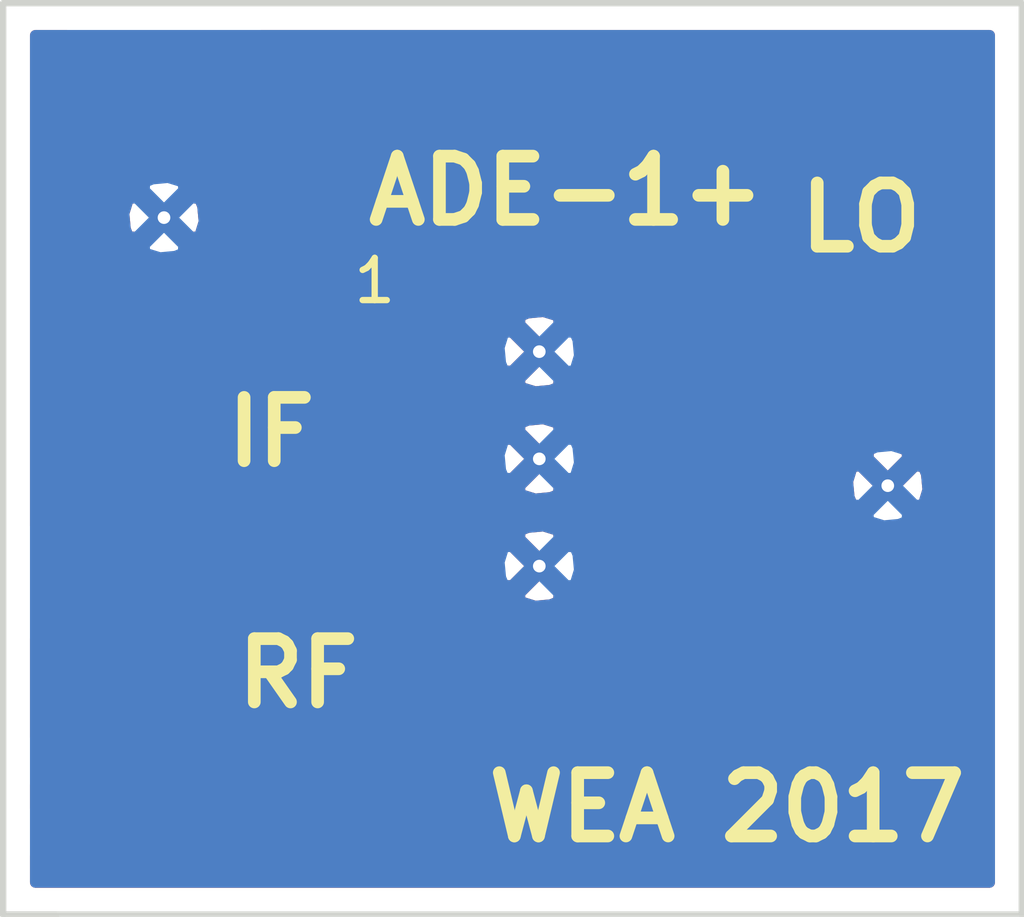
<source format=kicad_pcb>
(kicad_pcb (version 4) (host pcbnew 4.0.6)

  (general
    (links 13)
    (no_connects 0)
    (area 118.918667 90.465 175.507238 117.915)
    (thickness 1.6)
    (drawings 10)
    (tracks 6)
    (zones 0)
    (modules 9)
    (nets 5)
  )

  (page A4)
  (layers
    (0 F.Cu signal)
    (31 B.Cu signal)
    (32 B.Adhes user)
    (33 F.Adhes user)
    (34 B.Paste user)
    (35 F.Paste user)
    (36 B.SilkS user)
    (37 F.SilkS user)
    (38 B.Mask user)
    (39 F.Mask user)
    (40 Dwgs.User user)
    (41 Cmts.User user)
    (42 Eco1.User user)
    (43 Eco2.User user)
    (44 Edge.Cuts user)
    (45 Margin user)
    (46 B.CrtYd user)
    (47 F.CrtYd user)
    (48 B.Fab user)
    (49 F.Fab user)
  )

  (setup
    (last_trace_width 1.27)
    (trace_clearance 0.2)
    (zone_clearance 0.508)
    (zone_45_only no)
    (trace_min 0.2)
    (segment_width 0.2)
    (edge_width 0.15)
    (via_size 0.6)
    (via_drill 0.4)
    (via_min_size 0.4)
    (via_min_drill 0.3)
    (uvia_size 0.3)
    (uvia_drill 0.1)
    (uvias_allowed no)
    (uvia_min_size 0.2)
    (uvia_min_drill 0.1)
    (pcb_text_width 0.3)
    (pcb_text_size 1.5 1.5)
    (mod_edge_width 0.15)
    (mod_text_size 1 1)
    (mod_text_width 0.15)
    (pad_size 0.6 0.6)
    (pad_drill 0.3)
    (pad_to_mask_clearance 0.2)
    (aux_axis_origin 0 0)
    (visible_elements FFFFFF7F)
    (pcbplotparams
      (layerselection 0x00030_80000001)
      (usegerberextensions false)
      (excludeedgelayer true)
      (linewidth 0.100000)
      (plotframeref false)
      (viasonmask false)
      (mode 1)
      (useauxorigin false)
      (hpglpennumber 1)
      (hpglpenspeed 20)
      (hpglpendiameter 15)
      (hpglpenoverlay 2)
      (psnegative false)
      (psa4output false)
      (plotreference true)
      (plotvalue true)
      (plotinvisibletext false)
      (padsonsilk false)
      (subtractmaskfromsilk false)
      (outputformat 1)
      (mirror false)
      (drillshape 1)
      (scaleselection 1)
      (outputdirectory ""))
  )

  (net 0 "")
  (net 1 "Net-(J1-Pad1)")
  (net 2 Earth)
  (net 3 "Net-(J2-Pad1)")
  (net 4 "Net-(J3-Pad1)")

  (net_class Default "This is the default net class."
    (clearance 0.2)
    (trace_width 1.27)
    (via_dia 0.6)
    (via_drill 0.4)
    (uvia_dia 0.3)
    (uvia_drill 0.1)
    (add_net Earth)
    (add_net "Net-(J1-Pad1)")
    (add_net "Net-(J2-Pad1)")
    (add_net "Net-(J3-Pad1)")
  )

  (module WEA-RF:Manhattan2Pad (layer F.Cu) (tedit 59BAFBA2) (tstamp 59BAF75B)
    (at 139.7 99.06 180)
    (path /59BAF335)
    (fp_text reference J1 (at 0 5.08 180) (layer F.SilkS) hide
      (effects (font (size 1 1) (thickness 0.15)))
    )
    (fp_text value CONN_01X02 (at 13.208 -17.78 180) (layer F.Fab) hide
      (effects (font (size 1 1) (thickness 0.15)))
    )
    (pad 1 smd rect (at 0 -2.54 180) (size 3.81 2.54) (layers F.Cu F.Paste F.Mask)
      (net 1 "Net-(J1-Pad1)"))
    (pad 2 smd rect (at 0 2.54 180) (size 3.81 2.54) (layers F.Cu F.Paste F.Mask)
      (net 2 Earth))
  )

  (module WEA-RF:Manhattan2Pad (layer F.Cu) (tedit 59BAFBA7) (tstamp 59BAF761)
    (at 139.192 110.236)
    (path /59BAF386)
    (fp_text reference J2 (at 0 5.08) (layer F.SilkS) hide
      (effects (font (size 1 1) (thickness 0.15)))
    )
    (fp_text value CONN_01X02 (at -15.24 -18.796) (layer F.Fab) hide
      (effects (font (size 1 1) (thickness 0.15)))
    )
    (pad 1 smd rect (at 0 -2.54) (size 3.81 2.54) (layers F.Cu F.Paste F.Mask)
      (net 3 "Net-(J2-Pad1)"))
    (pad 2 smd rect (at 0 2.54) (size 3.81 2.54) (layers F.Cu F.Paste F.Mask)
      (net 2 Earth))
  )

  (module WEA-RF:Manhattan2Pad (layer F.Cu) (tedit 59BAFB97) (tstamp 59BAF767)
    (at 156.972 105.156)
    (path /59BAF258)
    (fp_text reference J3 (at 0 5.08) (layer F.SilkS) hide
      (effects (font (size 1 1) (thickness 0.15)))
    )
    (fp_text value CONN_01X02 (at 11.176 -12.192) (layer F.Fab) hide
      (effects (font (size 1 1) (thickness 0.15)))
    )
    (pad 1 smd rect (at 0 -2.54) (size 3.81 2.54) (layers F.Cu F.Paste F.Mask)
      (net 4 "Net-(J3-Pad1)"))
    (pad 2 smd rect (at 0 2.54) (size 3.81 2.54) (layers F.Cu F.Paste F.Mask)
      (net 2 Earth))
  )

  (module WEA-RF:ADE-1+ (layer F.Cu) (tedit 59BAFB9D) (tstamp 59BAF772)
    (at 148.5011 105.0036)
    (path /59BAF1D9)
    (fp_text reference U1 (at -1.27 5.08) (layer F.SilkS) hide
      (effects (font (size 1 1) (thickness 0.15)))
    )
    (fp_text value ADE-1+ (at 23.7109 -9.4996) (layer F.Fab) hide
      (effects (font (size 1 1) (thickness 0.15)))
    )
    (fp_text user 1 (at -3.81 -4.445) (layer F.SilkS)
      (effects (font (size 1 1) (thickness 0.15)))
    )
    (pad 1 smd rect (at -2.54 -2.54) (size 2.54 1.651) (layers F.Cu F.Paste F.Mask)
      (net 2 Earth))
    (pad 2 smd rect (at -2.54 0) (size 2.54 1.651) (layers F.Cu F.Paste F.Mask)
      (net 1 "Net-(J1-Pad1)"))
    (pad 3 smd rect (at -2.54 2.54) (size 2.54 1.651) (layers F.Cu F.Paste F.Mask)
      (net 3 "Net-(J2-Pad1)"))
    (pad 4 smd rect (at 2.54 2.54) (size 2.54 1.651) (layers F.Cu F.Paste F.Mask)
      (net 2 Earth))
    (pad 5 smd rect (at 2.54 0) (size 2.54 1.651) (layers F.Cu F.Paste F.Mask)
      (net 2 Earth))
    (pad 6 smd rect (at 2.54 -2.54) (size 2.54 1.651) (layers F.Cu F.Paste F.Mask)
      (net 4 "Net-(J3-Pad1)"))
  )

  (module WEA-RF:VIA-0.6 (layer F.Cu) (tedit 59BAFFD7) (tstamp 59BAFFC0)
    (at 148.59 102.235)
    (fp_text reference REF** (at 0 2.54) (layer F.SilkS) hide
      (effects (font (size 1 1) (thickness 0.15)))
    )
    (fp_text value VIA-0.6 (at 0 -2.54) (layer F.Fab) hide
      (effects (font (size 1 1) (thickness 0.15)))
    )
    (pad 1 thru_hole circle (at 0 0) (size 0.6 0.6) (drill 0.3) (layers *.Cu)
      (net 2 Earth))
  )

  (module WEA-RF:VIA-0.6 (layer F.Cu) (tedit 59BAFFE1) (tstamp 59BAFFC9)
    (at 148.59 104.775)
    (fp_text reference REF** (at 0 2.54) (layer F.SilkS) hide
      (effects (font (size 1 1) (thickness 0.15)))
    )
    (fp_text value VIA-0.6 (at 0 -2.54) (layer F.Fab) hide
      (effects (font (size 1 1) (thickness 0.15)))
    )
    (pad 1 thru_hole circle (at 0 0) (size 0.6 0.6) (drill 0.3) (layers *.Cu)
      (net 2 Earth))
  )

  (module WEA-RF:VIA-0.6 (layer F.Cu) (tedit 59BAFFEA) (tstamp 59BAFFD2)
    (at 148.59 107.315)
    (fp_text reference REF** (at 0 2.54) (layer F.SilkS) hide
      (effects (font (size 1 1) (thickness 0.15)))
    )
    (fp_text value VIA-0.6 (at 0 -2.54) (layer F.Fab) hide
      (effects (font (size 1 1) (thickness 0.15)))
    )
    (pad 1 thru_hole circle (at 0 0) (size 0.6 0.6) (drill 0.3) (layers *.Cu)
      (net 2 Earth))
  )

  (module WEA-RF:VIA-0.6 (layer F.Cu) (tedit 59BAFFCD) (tstamp 59BAFFDB)
    (at 139.7 99.06)
    (fp_text reference REF** (at 0 2.54) (layer F.SilkS) hide
      (effects (font (size 1 1) (thickness 0.15)))
    )
    (fp_text value VIA-0.6 (at 0 -2.54) (layer F.Fab) hide
      (effects (font (size 1 1) (thickness 0.15)))
    )
    (pad 1 thru_hole circle (at 0 0) (size 0.6 0.6) (drill 0.3) (layers *.Cu)
      (net 2 Earth))
  )

  (module WEA-RF:VIA-0.6 (layer F.Cu) (tedit 59BAFFF8) (tstamp 59BAFFE4)
    (at 156.845 105.41)
    (fp_text reference REF** (at 0 2.54) (layer F.SilkS) hide
      (effects (font (size 1 1) (thickness 0.15)))
    )
    (fp_text value VIA-0.6 (at 0 -2.54) (layer F.Fab) hide
      (effects (font (size 1 1) (thickness 0.15)))
    )
    (pad 1 thru_hole circle (at 0 0) (size 0.6 0.6) (drill 0.3) (layers *.Cu)
      (net 2 Earth))
  )

  (gr_line (start 135.89 115.57) (end 137.16 115.57) (angle 90) (layer Edge.Cuts) (width 0.15))
  (gr_line (start 135.89 93.98) (end 135.89 115.57) (angle 90) (layer Edge.Cuts) (width 0.15))
  (gr_line (start 160.02 93.98) (end 135.89 93.98) (angle 90) (layer Edge.Cuts) (width 0.15))
  (gr_line (start 160.02 115.57) (end 160.02 93.98) (angle 90) (layer Edge.Cuts) (width 0.15))
  (gr_line (start 135.89 115.57) (end 160.02 115.57) (angle 90) (layer Edge.Cuts) (width 0.15))
  (gr_text "WEA 2017" (at 153.035 113.03) (layer F.SilkS)
    (effects (font (size 1.5 1.5) (thickness 0.3)))
  )
  (gr_text ADE-1+ (at 149.225 98.425) (layer F.SilkS)
    (effects (font (size 1.5 1.5) (thickness 0.3)))
  )
  (gr_text LO (at 156.21 99.06) (layer F.SilkS)
    (effects (font (size 1.5 1.5) (thickness 0.3)))
  )
  (gr_text RF (at 142.875 109.855) (layer F.SilkS)
    (effects (font (size 1.5 1.5) (thickness 0.3)))
  )
  (gr_text IF (at 142.24 104.14) (layer F.SilkS)
    (effects (font (size 1.5 1.5) (thickness 0.3)))
  )

  (segment (start 145.9611 105.0036) (end 143.1036 105.0036) (width 1.27) (layer F.Cu) (net 1))
  (segment (start 143.1036 105.0036) (end 139.7 101.6) (width 1.27) (layer F.Cu) (net 1) (tstamp 59BAFB2C))
  (segment (start 139.192 107.696) (end 145.8087 107.696) (width 1.27) (layer F.Cu) (net 3))
  (segment (start 145.8087 107.696) (end 145.9611 107.5436) (width 1.27) (layer F.Cu) (net 3) (tstamp 59BAFB20))
  (segment (start 151.0411 102.4636) (end 156.8196 102.4636) (width 1.27) (layer F.Cu) (net 4))
  (segment (start 156.8196 102.4636) (end 156.972 102.616) (width 1.27) (layer F.Cu) (net 4) (tstamp 59BAFB31))

  (zone (net 2) (net_name Earth) (layer F.Cu) (tstamp 59BAFA3C) (hatch edge 0.508)
    (connect_pads (clearance 0.508))
    (min_thickness 0.254)
    (fill yes (arc_segments 16) (thermal_gap 0.508) (thermal_bridge_width 0.508))
    (polygon
      (pts
        (xy 159.385 114.935) (xy 159.385 94.615) (xy 136.525 94.615) (xy 136.525 114.935)
      )
    )
    (filled_polygon
      (pts
        (xy 137.256673 94.890301) (xy 137.16 95.12369) (xy 137.16 96.23425) (xy 137.31875 96.393) (xy 139.573 96.393)
        (xy 139.573 96.373) (xy 139.827 96.373) (xy 139.827 96.393) (xy 142.08125 96.393) (xy 142.24 96.23425)
        (xy 142.24 95.12369) (xy 142.143327 94.890301) (xy 141.995025 94.742) (xy 159.258 94.742) (xy 159.258 100.837786)
        (xy 159.12889 100.749569) (xy 158.877 100.69856) (xy 155.067 100.69856) (xy 154.831683 100.742838) (xy 154.615559 100.88191)
        (xy 154.470569 101.09411) (xy 154.450422 101.1936) (xy 152.779656 101.1936) (xy 152.77519 101.186659) (xy 152.56299 101.041669)
        (xy 152.3111 100.99066) (xy 149.7711 100.99066) (xy 149.535783 101.034938) (xy 149.319659 101.17401) (xy 149.174669 101.38621)
        (xy 149.153209 101.492183) (xy 149.054819 101.590573) (xy 149.042607 101.395975) (xy 148.687073 101.286637) (xy 148.316761 101.321678)
        (xy 148.137393 101.395975) (xy 148.125181 101.590576) (xy 148.59 102.055395) (xy 148.604143 102.041253) (xy 148.783748 102.220858)
        (xy 148.769605 102.235) (xy 148.783748 102.249143) (xy 148.604143 102.428748) (xy 148.59 102.414605) (xy 148.125181 102.879424)
        (xy 148.137393 103.074025) (xy 148.492927 103.183363) (xy 148.863239 103.148322) (xy 149.042607 103.074025) (xy 149.054819 102.879427)
        (xy 149.12366 102.948268) (xy 149.12366 103.2891) (xy 149.167938 103.524417) (xy 149.30701 103.740541) (xy 149.309163 103.742012)
        (xy 149.232773 103.818401) (xy 149.137866 104.047526) (xy 149.054819 104.130573) (xy 149.042607 103.935975) (xy 148.687073 103.826637)
        (xy 148.316761 103.861678) (xy 148.137393 103.935975) (xy 148.125181 104.130576) (xy 148.59 104.595395) (xy 148.604143 104.581253)
        (xy 148.783748 104.760858) (xy 148.769605 104.775) (xy 148.783748 104.789143) (xy 148.604143 104.968748) (xy 148.59 104.954605)
        (xy 148.125181 105.419424) (xy 148.137393 105.614025) (xy 148.492927 105.723363) (xy 148.863239 105.688322) (xy 149.042607 105.614025)
        (xy 149.054819 105.419427) (xy 149.1361 105.500708) (xy 149.1361 105.95541) (xy 149.232773 106.188799) (xy 149.317574 106.2736)
        (xy 149.232773 106.358401) (xy 149.137866 106.587526) (xy 149.054819 106.670573) (xy 149.042607 106.475975) (xy 148.687073 106.366637)
        (xy 148.316761 106.401678) (xy 148.137393 106.475975) (xy 148.125181 106.670576) (xy 148.59 107.135395) (xy 148.604143 107.121253)
        (xy 148.783748 107.300858) (xy 148.769605 107.315) (xy 148.783748 107.329143) (xy 148.604143 107.508748) (xy 148.59 107.494605)
        (xy 148.125181 107.959424) (xy 148.137393 108.154025) (xy 148.492927 108.263363) (xy 148.863239 108.228322) (xy 149.042607 108.154025)
        (xy 149.054819 107.959427) (xy 149.1361 108.040708) (xy 149.1361 108.49541) (xy 149.232773 108.728799) (xy 149.411402 108.907427)
        (xy 149.644791 109.0041) (xy 150.75535 109.0041) (xy 150.9141 108.84535) (xy 150.9141 107.6706) (xy 151.1681 107.6706)
        (xy 151.1681 108.84535) (xy 151.32685 109.0041) (xy 152.437409 109.0041) (xy 152.670798 108.907427) (xy 152.849427 108.728799)
        (xy 152.9461 108.49541) (xy 152.9461 107.98175) (xy 154.432 107.98175) (xy 154.432 109.09231) (xy 154.528673 109.325699)
        (xy 154.707302 109.504327) (xy 154.940691 109.601) (xy 156.68625 109.601) (xy 156.845 109.44225) (xy 156.845 107.823)
        (xy 154.59075 107.823) (xy 154.432 107.98175) (xy 152.9461 107.98175) (xy 152.9461 107.82935) (xy 152.78735 107.6706)
        (xy 151.1681 107.6706) (xy 150.9141 107.6706) (xy 150.8941 107.6706) (xy 150.8941 107.4166) (xy 150.9141 107.4166)
        (xy 150.9141 105.1306) (xy 151.1681 105.1306) (xy 151.1681 107.4166) (xy 152.78735 107.4166) (xy 152.9461 107.25785)
        (xy 152.9461 106.59179) (xy 152.849427 106.358401) (xy 152.764626 106.2736) (xy 152.849427 106.188799) (xy 152.9461 105.95541)
        (xy 152.9461 105.28935) (xy 152.78735 105.1306) (xy 151.1681 105.1306) (xy 150.9141 105.1306) (xy 150.8941 105.1306)
        (xy 150.8941 104.8766) (xy 150.9141 104.8766) (xy 150.9141 104.8566) (xy 151.1681 104.8566) (xy 151.1681 104.8766)
        (xy 152.78735 104.8766) (xy 152.9461 104.71785) (xy 152.9461 104.05179) (xy 152.849427 103.818401) (xy 152.771339 103.740314)
        (xy 152.775926 103.7336) (xy 154.41956 103.7336) (xy 154.41956 103.886) (xy 154.463838 104.121317) (xy 154.60291 104.337441)
        (xy 154.81511 104.482431) (xy 155.067 104.53344) (xy 156.48301 104.53344) (xy 156.392393 104.570975) (xy 156.380181 104.765576)
        (xy 156.845 105.230395) (xy 157.309819 104.765576) (xy 157.297607 104.570975) (xy 157.175555 104.53344) (xy 158.877 104.53344)
        (xy 159.112317 104.489162) (xy 159.258 104.395417) (xy 159.258 105.908975) (xy 159.236698 105.887673) (xy 159.003309 105.791)
        (xy 157.706046 105.791) (xy 157.793363 105.507073) (xy 157.758322 105.136761) (xy 157.684025 104.957393) (xy 157.489424 104.945181)
        (xy 157.024605 105.41) (xy 157.038748 105.424143) (xy 156.859143 105.603748) (xy 156.845 105.589605) (xy 156.830858 105.603748)
        (xy 156.651253 105.424143) (xy 156.665395 105.41) (xy 156.200576 104.945181) (xy 156.005975 104.957393) (xy 155.896637 105.312927)
        (xy 155.931678 105.683239) (xy 155.976314 105.791) (xy 154.940691 105.791) (xy 154.707302 105.887673) (xy 154.528673 106.066301)
        (xy 154.432 106.29969) (xy 154.432 107.41025) (xy 154.59075 107.569) (xy 156.845 107.569) (xy 156.845 107.549)
        (xy 157.099 107.549) (xy 157.099 107.569) (xy 157.119 107.569) (xy 157.119 107.823) (xy 157.099 107.823)
        (xy 157.099 109.44225) (xy 157.25775 109.601) (xy 159.003309 109.601) (xy 159.236698 109.504327) (xy 159.258 109.483025)
        (xy 159.258 114.808) (xy 136.652 114.808) (xy 136.652 114.17231) (xy 136.748673 114.405699) (xy 136.927302 114.584327)
        (xy 137.160691 114.681) (xy 138.90625 114.681) (xy 139.065 114.52225) (xy 139.065 112.903) (xy 139.319 112.903)
        (xy 139.319 114.52225) (xy 139.47775 114.681) (xy 141.223309 114.681) (xy 141.456698 114.584327) (xy 141.635327 114.405699)
        (xy 141.732 114.17231) (xy 141.732 113.06175) (xy 141.57325 112.903) (xy 139.319 112.903) (xy 139.065 112.903)
        (xy 136.81075 112.903) (xy 136.652 113.06175) (xy 136.652 112.49025) (xy 136.81075 112.649) (xy 139.065 112.649)
        (xy 139.065 111.02975) (xy 139.319 111.02975) (xy 139.319 112.649) (xy 141.57325 112.649) (xy 141.732 112.49025)
        (xy 141.732 111.37969) (xy 141.635327 111.146301) (xy 141.456698 110.967673) (xy 141.223309 110.871) (xy 139.47775 110.871)
        (xy 139.319 111.02975) (xy 139.065 111.02975) (xy 138.90625 110.871) (xy 137.160691 110.871) (xy 136.927302 110.967673)
        (xy 136.748673 111.146301) (xy 136.652 111.37969) (xy 136.652 109.032113) (xy 136.683838 109.201317) (xy 136.82291 109.417441)
        (xy 137.03511 109.562431) (xy 137.287 109.61344) (xy 141.097 109.61344) (xy 141.332317 109.569162) (xy 141.548441 109.43009)
        (xy 141.693431 109.21789) (xy 141.74444 108.966) (xy 144.441526 108.966) (xy 144.6911 109.01654) (xy 147.2311 109.01654)
        (xy 147.466417 108.972262) (xy 147.682541 108.83319) (xy 147.827531 108.62099) (xy 147.87854 108.3691) (xy 147.87854 107.775612)
        (xy 147.945576 107.779819) (xy 148.410395 107.315) (xy 147.945576 106.850181) (xy 147.87854 106.854388) (xy 147.87854 106.7181)
        (xy 147.834262 106.482783) (xy 147.697847 106.270789) (xy 147.827531 106.08099) (xy 147.87854 105.8291) (xy 147.87854 105.235612)
        (xy 147.945576 105.239819) (xy 148.410395 104.775) (xy 147.945576 104.310181) (xy 147.87854 104.314388) (xy 147.87854 104.1781)
        (xy 147.834262 103.942783) (xy 147.69519 103.726659) (xy 147.693037 103.725188) (xy 147.769427 103.648799) (xy 147.8661 103.41541)
        (xy 147.8661 102.74935) (xy 147.807931 102.691181) (xy 147.945576 102.699819) (xy 148.410395 102.235) (xy 147.945576 101.770181)
        (xy 147.8661 101.775168) (xy 147.8661 101.51179) (xy 147.769427 101.278401) (xy 147.590798 101.099773) (xy 147.357409 101.0031)
        (xy 146.24685 101.0031) (xy 146.0881 101.16185) (xy 146.0881 102.3366) (xy 146.1081 102.3366) (xy 146.1081 102.5906)
        (xy 146.0881 102.5906) (xy 146.0881 102.6106) (xy 145.8341 102.6106) (xy 145.8341 102.5906) (xy 144.21485 102.5906)
        (xy 144.0561 102.74935) (xy 144.0561 103.41541) (xy 144.152773 103.648799) (xy 144.230861 103.726886) (xy 144.226274 103.7336)
        (xy 143.629651 103.7336) (xy 142.25244 102.356388) (xy 142.25244 101.51179) (xy 144.0561 101.51179) (xy 144.0561 102.17785)
        (xy 144.21485 102.3366) (xy 145.8341 102.3366) (xy 145.8341 101.16185) (xy 145.67535 101.0031) (xy 144.564791 101.0031)
        (xy 144.331402 101.099773) (xy 144.152773 101.278401) (xy 144.0561 101.51179) (xy 142.25244 101.51179) (xy 142.25244 100.33)
        (xy 142.208162 100.094683) (xy 142.06909 99.878559) (xy 141.85689 99.733569) (xy 141.605 99.68256) (xy 140.422116 99.68256)
        (xy 140.462142 99.642534) (xy 140.344427 99.524819) (xy 140.539025 99.512607) (xy 140.648363 99.157073) (xy 140.613322 98.786761)
        (xy 140.539025 98.607393) (xy 140.344427 98.595181) (xy 140.462142 98.477466) (xy 140.409676 98.425) (xy 141.731309 98.425)
        (xy 141.964698 98.328327) (xy 142.143327 98.149699) (xy 142.24 97.91631) (xy 142.24 96.80575) (xy 142.08125 96.647)
        (xy 139.827 96.647) (xy 139.827 96.667) (xy 139.573 96.667) (xy 139.573 96.647) (xy 137.31875 96.647)
        (xy 137.16 96.80575) (xy 137.16 97.91631) (xy 137.256673 98.149699) (xy 137.435302 98.328327) (xy 137.668691 98.425)
        (xy 138.990324 98.425) (xy 138.937858 98.477466) (xy 139.055573 98.595181) (xy 138.860975 98.607393) (xy 138.751637 98.962927)
        (xy 138.786678 99.333239) (xy 138.860975 99.512607) (xy 139.055573 99.524819) (xy 138.937858 99.642534) (xy 138.977884 99.68256)
        (xy 137.795 99.68256) (xy 137.559683 99.726838) (xy 137.343559 99.86591) (xy 137.198569 100.07811) (xy 137.14756 100.33)
        (xy 137.14756 102.87) (xy 137.191838 103.105317) (xy 137.33091 103.321441) (xy 137.54311 103.466431) (xy 137.795 103.51744)
        (xy 139.821388 103.51744) (xy 142.205572 105.901623) (xy 142.205574 105.901626) (xy 142.613376 106.17411) (xy 142.617592 106.176927)
        (xy 143.1036 106.2736) (xy 144.222544 106.2736) (xy 144.224353 106.276411) (xy 144.122143 106.426) (xy 141.74444 106.426)
        (xy 141.700162 106.190683) (xy 141.56109 105.974559) (xy 141.34889 105.829569) (xy 141.097 105.77856) (xy 137.287 105.77856)
        (xy 137.051683 105.822838) (xy 136.835559 105.96191) (xy 136.690569 106.17411) (xy 136.652 106.364569) (xy 136.652 94.742)
        (xy 137.404975 94.742)
      )
    )
    (filled_polygon
      (pts
        (xy 139.893748 99.045858) (xy 139.879605 99.06) (xy 139.893748 99.074143) (xy 139.714143 99.253748) (xy 139.7 99.239605)
        (xy 139.685858 99.253748) (xy 139.506253 99.074143) (xy 139.520395 99.06) (xy 139.506253 99.045858) (xy 139.685858 98.866253)
        (xy 139.7 98.880395) (xy 139.714143 98.866253)
      )
    )
  )
  (zone (net 2) (net_name Earth) (layer B.Cu) (tstamp 59BAFA8A) (hatch edge 0.508)
    (connect_pads (clearance 0.508))
    (min_thickness 0.254)
    (fill yes (arc_segments 16) (thermal_gap 0.508) (thermal_bridge_width 0.508))
    (polygon
      (pts
        (xy 136.525 94.615) (xy 159.385 94.615) (xy 159.385 114.935) (xy 136.525 114.935)
      )
    )
    (filled_polygon
      (pts
        (xy 159.258 114.808) (xy 136.652 114.808) (xy 136.652 107.959424) (xy 148.125181 107.959424) (xy 148.137393 108.154025)
        (xy 148.492927 108.263363) (xy 148.863239 108.228322) (xy 149.042607 108.154025) (xy 149.054819 107.959424) (xy 148.59 107.494605)
        (xy 148.125181 107.959424) (xy 136.652 107.959424) (xy 136.652 107.217927) (xy 147.641637 107.217927) (xy 147.676678 107.588239)
        (xy 147.750975 107.767607) (xy 147.945576 107.779819) (xy 148.410395 107.315) (xy 148.769605 107.315) (xy 149.234424 107.779819)
        (xy 149.429025 107.767607) (xy 149.538363 107.412073) (xy 149.503322 107.041761) (xy 149.429025 106.862393) (xy 149.234424 106.850181)
        (xy 148.769605 107.315) (xy 148.410395 107.315) (xy 147.945576 106.850181) (xy 147.750975 106.862393) (xy 147.641637 107.217927)
        (xy 136.652 107.217927) (xy 136.652 106.670576) (xy 148.125181 106.670576) (xy 148.59 107.135395) (xy 149.054819 106.670576)
        (xy 149.042607 106.475975) (xy 148.687073 106.366637) (xy 148.316761 106.401678) (xy 148.137393 106.475975) (xy 148.125181 106.670576)
        (xy 136.652 106.670576) (xy 136.652 106.054424) (xy 156.380181 106.054424) (xy 156.392393 106.249025) (xy 156.747927 106.358363)
        (xy 157.118239 106.323322) (xy 157.297607 106.249025) (xy 157.309819 106.054424) (xy 156.845 105.589605) (xy 156.380181 106.054424)
        (xy 136.652 106.054424) (xy 136.652 105.419424) (xy 148.125181 105.419424) (xy 148.137393 105.614025) (xy 148.492927 105.723363)
        (xy 148.863239 105.688322) (xy 149.042607 105.614025) (xy 149.054819 105.419424) (xy 148.948322 105.312927) (xy 155.896637 105.312927)
        (xy 155.931678 105.683239) (xy 156.005975 105.862607) (xy 156.200576 105.874819) (xy 156.665395 105.41) (xy 157.024605 105.41)
        (xy 157.489424 105.874819) (xy 157.684025 105.862607) (xy 157.793363 105.507073) (xy 157.758322 105.136761) (xy 157.684025 104.957393)
        (xy 157.489424 104.945181) (xy 157.024605 105.41) (xy 156.665395 105.41) (xy 156.200576 104.945181) (xy 156.005975 104.957393)
        (xy 155.896637 105.312927) (xy 148.948322 105.312927) (xy 148.59 104.954605) (xy 148.125181 105.419424) (xy 136.652 105.419424)
        (xy 136.652 104.677927) (xy 147.641637 104.677927) (xy 147.676678 105.048239) (xy 147.750975 105.227607) (xy 147.945576 105.239819)
        (xy 148.410395 104.775) (xy 148.769605 104.775) (xy 149.234424 105.239819) (xy 149.429025 105.227607) (xy 149.538363 104.872073)
        (xy 149.528286 104.765576) (xy 156.380181 104.765576) (xy 156.845 105.230395) (xy 157.309819 104.765576) (xy 157.297607 104.570975)
        (xy 156.942073 104.461637) (xy 156.571761 104.496678) (xy 156.392393 104.570975) (xy 156.380181 104.765576) (xy 149.528286 104.765576)
        (xy 149.503322 104.501761) (xy 149.429025 104.322393) (xy 149.234424 104.310181) (xy 148.769605 104.775) (xy 148.410395 104.775)
        (xy 147.945576 104.310181) (xy 147.750975 104.322393) (xy 147.641637 104.677927) (xy 136.652 104.677927) (xy 136.652 104.130576)
        (xy 148.125181 104.130576) (xy 148.59 104.595395) (xy 149.054819 104.130576) (xy 149.042607 103.935975) (xy 148.687073 103.826637)
        (xy 148.316761 103.861678) (xy 148.137393 103.935975) (xy 148.125181 104.130576) (xy 136.652 104.130576) (xy 136.652 102.879424)
        (xy 148.125181 102.879424) (xy 148.137393 103.074025) (xy 148.492927 103.183363) (xy 148.863239 103.148322) (xy 149.042607 103.074025)
        (xy 149.054819 102.879424) (xy 148.59 102.414605) (xy 148.125181 102.879424) (xy 136.652 102.879424) (xy 136.652 102.137927)
        (xy 147.641637 102.137927) (xy 147.676678 102.508239) (xy 147.750975 102.687607) (xy 147.945576 102.699819) (xy 148.410395 102.235)
        (xy 148.769605 102.235) (xy 149.234424 102.699819) (xy 149.429025 102.687607) (xy 149.538363 102.332073) (xy 149.503322 101.961761)
        (xy 149.429025 101.782393) (xy 149.234424 101.770181) (xy 148.769605 102.235) (xy 148.410395 102.235) (xy 147.945576 101.770181)
        (xy 147.750975 101.782393) (xy 147.641637 102.137927) (xy 136.652 102.137927) (xy 136.652 101.590576) (xy 148.125181 101.590576)
        (xy 148.59 102.055395) (xy 149.054819 101.590576) (xy 149.042607 101.395975) (xy 148.687073 101.286637) (xy 148.316761 101.321678)
        (xy 148.137393 101.395975) (xy 148.125181 101.590576) (xy 136.652 101.590576) (xy 136.652 99.704424) (xy 139.235181 99.704424)
        (xy 139.247393 99.899025) (xy 139.602927 100.008363) (xy 139.973239 99.973322) (xy 140.152607 99.899025) (xy 140.164819 99.704424)
        (xy 139.7 99.239605) (xy 139.235181 99.704424) (xy 136.652 99.704424) (xy 136.652 98.962927) (xy 138.751637 98.962927)
        (xy 138.786678 99.333239) (xy 138.860975 99.512607) (xy 139.055576 99.524819) (xy 139.520395 99.06) (xy 139.879605 99.06)
        (xy 140.344424 99.524819) (xy 140.539025 99.512607) (xy 140.648363 99.157073) (xy 140.613322 98.786761) (xy 140.539025 98.607393)
        (xy 140.344424 98.595181) (xy 139.879605 99.06) (xy 139.520395 99.06) (xy 139.055576 98.595181) (xy 138.860975 98.607393)
        (xy 138.751637 98.962927) (xy 136.652 98.962927) (xy 136.652 98.415576) (xy 139.235181 98.415576) (xy 139.7 98.880395)
        (xy 140.164819 98.415576) (xy 140.152607 98.220975) (xy 139.797073 98.111637) (xy 139.426761 98.146678) (xy 139.247393 98.220975)
        (xy 139.235181 98.415576) (xy 136.652 98.415576) (xy 136.652 94.742) (xy 159.258 94.742)
      )
    )
  )
)

</source>
